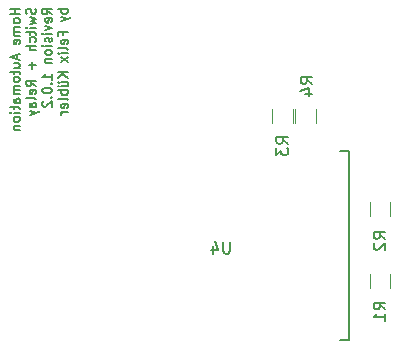
<source format=gbr>
G04 #@! TF.FileFunction,Legend,Bot*
%FSLAX46Y46*%
G04 Gerber Fmt 4.6, Leading zero omitted, Abs format (unit mm)*
G04 Created by KiCad (PCBNEW 4.0.6) date Saturday, 10. February 2018 20:56:55*
%MOMM*%
%LPD*%
G01*
G04 APERTURE LIST*
%ADD10C,0.100000*%
%ADD11C,0.150000*%
%ADD12C,0.152400*%
%ADD13C,0.120000*%
G04 APERTURE END LIST*
D10*
D11*
X132829905Y-104457476D02*
X132029905Y-104457476D01*
X132410857Y-104457476D02*
X132410857Y-104914619D01*
X132829905Y-104914619D02*
X132029905Y-104914619D01*
X132829905Y-105409857D02*
X132791810Y-105333666D01*
X132753714Y-105295571D01*
X132677524Y-105257476D01*
X132448952Y-105257476D01*
X132372762Y-105295571D01*
X132334667Y-105333666D01*
X132296571Y-105409857D01*
X132296571Y-105524143D01*
X132334667Y-105600333D01*
X132372762Y-105638428D01*
X132448952Y-105676524D01*
X132677524Y-105676524D01*
X132753714Y-105638428D01*
X132791810Y-105600333D01*
X132829905Y-105524143D01*
X132829905Y-105409857D01*
X132829905Y-106019381D02*
X132296571Y-106019381D01*
X132372762Y-106019381D02*
X132334667Y-106057476D01*
X132296571Y-106133667D01*
X132296571Y-106247953D01*
X132334667Y-106324143D01*
X132410857Y-106362238D01*
X132829905Y-106362238D01*
X132410857Y-106362238D02*
X132334667Y-106400334D01*
X132296571Y-106476524D01*
X132296571Y-106590810D01*
X132334667Y-106667000D01*
X132410857Y-106705095D01*
X132829905Y-106705095D01*
X132791810Y-107390810D02*
X132829905Y-107314620D01*
X132829905Y-107162239D01*
X132791810Y-107086048D01*
X132715619Y-107047953D01*
X132410857Y-107047953D01*
X132334667Y-107086048D01*
X132296571Y-107162239D01*
X132296571Y-107314620D01*
X132334667Y-107390810D01*
X132410857Y-107428905D01*
X132487048Y-107428905D01*
X132563238Y-107047953D01*
X132601333Y-108343191D02*
X132601333Y-108724143D01*
X132829905Y-108267000D02*
X132029905Y-108533667D01*
X132829905Y-108800334D01*
X132296571Y-109409857D02*
X132829905Y-109409857D01*
X132296571Y-109067000D02*
X132715619Y-109067000D01*
X132791810Y-109105095D01*
X132829905Y-109181286D01*
X132829905Y-109295572D01*
X132791810Y-109371762D01*
X132753714Y-109409857D01*
X132296571Y-109676524D02*
X132296571Y-109981286D01*
X132029905Y-109790810D02*
X132715619Y-109790810D01*
X132791810Y-109828905D01*
X132829905Y-109905096D01*
X132829905Y-109981286D01*
X132829905Y-110362239D02*
X132791810Y-110286048D01*
X132753714Y-110247953D01*
X132677524Y-110209858D01*
X132448952Y-110209858D01*
X132372762Y-110247953D01*
X132334667Y-110286048D01*
X132296571Y-110362239D01*
X132296571Y-110476525D01*
X132334667Y-110552715D01*
X132372762Y-110590810D01*
X132448952Y-110628906D01*
X132677524Y-110628906D01*
X132753714Y-110590810D01*
X132791810Y-110552715D01*
X132829905Y-110476525D01*
X132829905Y-110362239D01*
X132829905Y-110971763D02*
X132296571Y-110971763D01*
X132372762Y-110971763D02*
X132334667Y-111009858D01*
X132296571Y-111086049D01*
X132296571Y-111200335D01*
X132334667Y-111276525D01*
X132410857Y-111314620D01*
X132829905Y-111314620D01*
X132410857Y-111314620D02*
X132334667Y-111352716D01*
X132296571Y-111428906D01*
X132296571Y-111543192D01*
X132334667Y-111619382D01*
X132410857Y-111657477D01*
X132829905Y-111657477D01*
X132829905Y-112381287D02*
X132410857Y-112381287D01*
X132334667Y-112343192D01*
X132296571Y-112267002D01*
X132296571Y-112114621D01*
X132334667Y-112038430D01*
X132791810Y-112381287D02*
X132829905Y-112305097D01*
X132829905Y-112114621D01*
X132791810Y-112038430D01*
X132715619Y-112000335D01*
X132639429Y-112000335D01*
X132563238Y-112038430D01*
X132525143Y-112114621D01*
X132525143Y-112305097D01*
X132487048Y-112381287D01*
X132296571Y-112647954D02*
X132296571Y-112952716D01*
X132029905Y-112762240D02*
X132715619Y-112762240D01*
X132791810Y-112800335D01*
X132829905Y-112876526D01*
X132829905Y-112952716D01*
X132829905Y-113219383D02*
X132296571Y-113219383D01*
X132029905Y-113219383D02*
X132068000Y-113181288D01*
X132106095Y-113219383D01*
X132068000Y-113257478D01*
X132029905Y-113219383D01*
X132106095Y-113219383D01*
X132829905Y-113714621D02*
X132791810Y-113638430D01*
X132753714Y-113600335D01*
X132677524Y-113562240D01*
X132448952Y-113562240D01*
X132372762Y-113600335D01*
X132334667Y-113638430D01*
X132296571Y-113714621D01*
X132296571Y-113828907D01*
X132334667Y-113905097D01*
X132372762Y-113943192D01*
X132448952Y-113981288D01*
X132677524Y-113981288D01*
X132753714Y-113943192D01*
X132791810Y-113905097D01*
X132829905Y-113828907D01*
X132829905Y-113714621D01*
X132296571Y-114324145D02*
X132829905Y-114324145D01*
X132372762Y-114324145D02*
X132334667Y-114362240D01*
X132296571Y-114438431D01*
X132296571Y-114552717D01*
X132334667Y-114628907D01*
X132410857Y-114667002D01*
X132829905Y-114667002D01*
X134141810Y-104419381D02*
X134179905Y-104533667D01*
X134179905Y-104724143D01*
X134141810Y-104800333D01*
X134103714Y-104838429D01*
X134027524Y-104876524D01*
X133951333Y-104876524D01*
X133875143Y-104838429D01*
X133837048Y-104800333D01*
X133798952Y-104724143D01*
X133760857Y-104571762D01*
X133722762Y-104495571D01*
X133684667Y-104457476D01*
X133608476Y-104419381D01*
X133532286Y-104419381D01*
X133456095Y-104457476D01*
X133418000Y-104495571D01*
X133379905Y-104571762D01*
X133379905Y-104762238D01*
X133418000Y-104876524D01*
X133646571Y-105143191D02*
X134179905Y-105295572D01*
X133798952Y-105447953D01*
X134179905Y-105600334D01*
X133646571Y-105752715D01*
X134179905Y-106057476D02*
X133646571Y-106057476D01*
X133379905Y-106057476D02*
X133418000Y-106019381D01*
X133456095Y-106057476D01*
X133418000Y-106095571D01*
X133379905Y-106057476D01*
X133456095Y-106057476D01*
X133646571Y-106324142D02*
X133646571Y-106628904D01*
X133379905Y-106438428D02*
X134065619Y-106438428D01*
X134141810Y-106476523D01*
X134179905Y-106552714D01*
X134179905Y-106628904D01*
X134141810Y-107238428D02*
X134179905Y-107162238D01*
X134179905Y-107009857D01*
X134141810Y-106933666D01*
X134103714Y-106895571D01*
X134027524Y-106857476D01*
X133798952Y-106857476D01*
X133722762Y-106895571D01*
X133684667Y-106933666D01*
X133646571Y-107009857D01*
X133646571Y-107162238D01*
X133684667Y-107238428D01*
X134179905Y-107581285D02*
X133379905Y-107581285D01*
X134179905Y-107924142D02*
X133760857Y-107924142D01*
X133684667Y-107886047D01*
X133646571Y-107809857D01*
X133646571Y-107695571D01*
X133684667Y-107619380D01*
X133722762Y-107581285D01*
X133875143Y-108914619D02*
X133875143Y-109524143D01*
X134179905Y-109219381D02*
X133570381Y-109219381D01*
X134179905Y-110971762D02*
X133798952Y-110705095D01*
X134179905Y-110514619D02*
X133379905Y-110514619D01*
X133379905Y-110819381D01*
X133418000Y-110895572D01*
X133456095Y-110933667D01*
X133532286Y-110971762D01*
X133646571Y-110971762D01*
X133722762Y-110933667D01*
X133760857Y-110895572D01*
X133798952Y-110819381D01*
X133798952Y-110514619D01*
X134141810Y-111619381D02*
X134179905Y-111543191D01*
X134179905Y-111390810D01*
X134141810Y-111314619D01*
X134065619Y-111276524D01*
X133760857Y-111276524D01*
X133684667Y-111314619D01*
X133646571Y-111390810D01*
X133646571Y-111543191D01*
X133684667Y-111619381D01*
X133760857Y-111657476D01*
X133837048Y-111657476D01*
X133913238Y-111276524D01*
X134179905Y-112114619D02*
X134141810Y-112038428D01*
X134065619Y-112000333D01*
X133379905Y-112000333D01*
X134179905Y-112762238D02*
X133760857Y-112762238D01*
X133684667Y-112724143D01*
X133646571Y-112647953D01*
X133646571Y-112495572D01*
X133684667Y-112419381D01*
X134141810Y-112762238D02*
X134179905Y-112686048D01*
X134179905Y-112495572D01*
X134141810Y-112419381D01*
X134065619Y-112381286D01*
X133989429Y-112381286D01*
X133913238Y-112419381D01*
X133875143Y-112495572D01*
X133875143Y-112686048D01*
X133837048Y-112762238D01*
X133646571Y-113067001D02*
X134179905Y-113257477D01*
X133646571Y-113447953D02*
X134179905Y-113257477D01*
X134370381Y-113181286D01*
X134408476Y-113143191D01*
X134446571Y-113067001D01*
X135529905Y-104914619D02*
X135148952Y-104647952D01*
X135529905Y-104457476D02*
X134729905Y-104457476D01*
X134729905Y-104762238D01*
X134768000Y-104838429D01*
X134806095Y-104876524D01*
X134882286Y-104914619D01*
X134996571Y-104914619D01*
X135072762Y-104876524D01*
X135110857Y-104838429D01*
X135148952Y-104762238D01*
X135148952Y-104457476D01*
X135491810Y-105562238D02*
X135529905Y-105486048D01*
X135529905Y-105333667D01*
X135491810Y-105257476D01*
X135415619Y-105219381D01*
X135110857Y-105219381D01*
X135034667Y-105257476D01*
X134996571Y-105333667D01*
X134996571Y-105486048D01*
X135034667Y-105562238D01*
X135110857Y-105600333D01*
X135187048Y-105600333D01*
X135263238Y-105219381D01*
X134996571Y-105867000D02*
X135529905Y-106057476D01*
X134996571Y-106247952D01*
X135529905Y-106552714D02*
X134996571Y-106552714D01*
X134729905Y-106552714D02*
X134768000Y-106514619D01*
X134806095Y-106552714D01*
X134768000Y-106590809D01*
X134729905Y-106552714D01*
X134806095Y-106552714D01*
X135491810Y-106895571D02*
X135529905Y-106971761D01*
X135529905Y-107124142D01*
X135491810Y-107200333D01*
X135415619Y-107238428D01*
X135377524Y-107238428D01*
X135301333Y-107200333D01*
X135263238Y-107124142D01*
X135263238Y-107009857D01*
X135225143Y-106933666D01*
X135148952Y-106895571D01*
X135110857Y-106895571D01*
X135034667Y-106933666D01*
X134996571Y-107009857D01*
X134996571Y-107124142D01*
X135034667Y-107200333D01*
X135529905Y-107581285D02*
X134996571Y-107581285D01*
X134729905Y-107581285D02*
X134768000Y-107543190D01*
X134806095Y-107581285D01*
X134768000Y-107619380D01*
X134729905Y-107581285D01*
X134806095Y-107581285D01*
X135529905Y-108076523D02*
X135491810Y-108000332D01*
X135453714Y-107962237D01*
X135377524Y-107924142D01*
X135148952Y-107924142D01*
X135072762Y-107962237D01*
X135034667Y-108000332D01*
X134996571Y-108076523D01*
X134996571Y-108190809D01*
X135034667Y-108266999D01*
X135072762Y-108305094D01*
X135148952Y-108343190D01*
X135377524Y-108343190D01*
X135453714Y-108305094D01*
X135491810Y-108266999D01*
X135529905Y-108190809D01*
X135529905Y-108076523D01*
X134996571Y-108686047D02*
X135529905Y-108686047D01*
X135072762Y-108686047D02*
X135034667Y-108724142D01*
X134996571Y-108800333D01*
X134996571Y-108914619D01*
X135034667Y-108990809D01*
X135110857Y-109028904D01*
X135529905Y-109028904D01*
X135529905Y-110438429D02*
X135529905Y-109981286D01*
X135529905Y-110209857D02*
X134729905Y-110209857D01*
X134844190Y-110133667D01*
X134920381Y-110057476D01*
X134958476Y-109981286D01*
X135453714Y-110781286D02*
X135491810Y-110819381D01*
X135529905Y-110781286D01*
X135491810Y-110743191D01*
X135453714Y-110781286D01*
X135529905Y-110781286D01*
X134729905Y-111314619D02*
X134729905Y-111390810D01*
X134768000Y-111467000D01*
X134806095Y-111505095D01*
X134882286Y-111543191D01*
X135034667Y-111581286D01*
X135225143Y-111581286D01*
X135377524Y-111543191D01*
X135453714Y-111505095D01*
X135491810Y-111467000D01*
X135529905Y-111390810D01*
X135529905Y-111314619D01*
X135491810Y-111238429D01*
X135453714Y-111200333D01*
X135377524Y-111162238D01*
X135225143Y-111124143D01*
X135034667Y-111124143D01*
X134882286Y-111162238D01*
X134806095Y-111200333D01*
X134768000Y-111238429D01*
X134729905Y-111314619D01*
X135453714Y-111924143D02*
X135491810Y-111962238D01*
X135529905Y-111924143D01*
X135491810Y-111886048D01*
X135453714Y-111924143D01*
X135529905Y-111924143D01*
X134806095Y-112267000D02*
X134768000Y-112305095D01*
X134729905Y-112381286D01*
X134729905Y-112571762D01*
X134768000Y-112647952D01*
X134806095Y-112686048D01*
X134882286Y-112724143D01*
X134958476Y-112724143D01*
X135072762Y-112686048D01*
X135529905Y-112228905D01*
X135529905Y-112724143D01*
X136879905Y-104457476D02*
X136079905Y-104457476D01*
X136384667Y-104457476D02*
X136346571Y-104533667D01*
X136346571Y-104686048D01*
X136384667Y-104762238D01*
X136422762Y-104800333D01*
X136498952Y-104838429D01*
X136727524Y-104838429D01*
X136803714Y-104800333D01*
X136841810Y-104762238D01*
X136879905Y-104686048D01*
X136879905Y-104533667D01*
X136841810Y-104457476D01*
X136346571Y-105105096D02*
X136879905Y-105295572D01*
X136346571Y-105486048D02*
X136879905Y-105295572D01*
X137070381Y-105219381D01*
X137108476Y-105181286D01*
X137146571Y-105105096D01*
X136460857Y-106667001D02*
X136460857Y-106400334D01*
X136879905Y-106400334D02*
X136079905Y-106400334D01*
X136079905Y-106781287D01*
X136841810Y-107390810D02*
X136879905Y-107314620D01*
X136879905Y-107162239D01*
X136841810Y-107086048D01*
X136765619Y-107047953D01*
X136460857Y-107047953D01*
X136384667Y-107086048D01*
X136346571Y-107162239D01*
X136346571Y-107314620D01*
X136384667Y-107390810D01*
X136460857Y-107428905D01*
X136537048Y-107428905D01*
X136613238Y-107047953D01*
X136879905Y-107886048D02*
X136841810Y-107809857D01*
X136765619Y-107771762D01*
X136079905Y-107771762D01*
X136879905Y-108190810D02*
X136346571Y-108190810D01*
X136079905Y-108190810D02*
X136118000Y-108152715D01*
X136156095Y-108190810D01*
X136118000Y-108228905D01*
X136079905Y-108190810D01*
X136156095Y-108190810D01*
X136879905Y-108495572D02*
X136346571Y-108914619D01*
X136346571Y-108495572D02*
X136879905Y-108914619D01*
X136879905Y-109828905D02*
X136079905Y-109828905D01*
X136879905Y-110286048D02*
X136422762Y-109943191D01*
X136079905Y-110286048D02*
X136537048Y-109828905D01*
X136346571Y-110971762D02*
X136879905Y-110971762D01*
X136346571Y-110628905D02*
X136765619Y-110628905D01*
X136841810Y-110667000D01*
X136879905Y-110743191D01*
X136879905Y-110857477D01*
X136841810Y-110933667D01*
X136803714Y-110971762D01*
X136079905Y-110667000D02*
X136118000Y-110705096D01*
X136156095Y-110667000D01*
X136118000Y-110628905D01*
X136079905Y-110667000D01*
X136156095Y-110667000D01*
X136079905Y-110971762D02*
X136118000Y-111009858D01*
X136156095Y-110971762D01*
X136118000Y-110933667D01*
X136079905Y-110971762D01*
X136156095Y-110971762D01*
X136879905Y-111352715D02*
X136079905Y-111352715D01*
X136384667Y-111352715D02*
X136346571Y-111428906D01*
X136346571Y-111581287D01*
X136384667Y-111657477D01*
X136422762Y-111695572D01*
X136498952Y-111733668D01*
X136727524Y-111733668D01*
X136803714Y-111695572D01*
X136841810Y-111657477D01*
X136879905Y-111581287D01*
X136879905Y-111428906D01*
X136841810Y-111352715D01*
X136879905Y-112190811D02*
X136841810Y-112114620D01*
X136765619Y-112076525D01*
X136079905Y-112076525D01*
X136841810Y-112800335D02*
X136879905Y-112724145D01*
X136879905Y-112571764D01*
X136841810Y-112495573D01*
X136765619Y-112457478D01*
X136460857Y-112457478D01*
X136384667Y-112495573D01*
X136346571Y-112571764D01*
X136346571Y-112724145D01*
X136384667Y-112800335D01*
X136460857Y-112838430D01*
X136537048Y-112838430D01*
X136613238Y-112457478D01*
X136879905Y-113181287D02*
X136346571Y-113181287D01*
X136498952Y-113181287D02*
X136422762Y-113219382D01*
X136384667Y-113257478D01*
X136346571Y-113333668D01*
X136346571Y-113409859D01*
D12*
X159893000Y-116459000D02*
X160655000Y-116459000D01*
X160655000Y-116459000D02*
X160655000Y-132461000D01*
X160655000Y-132461000D02*
X159893000Y-132461000D01*
D13*
X162442000Y-126908000D02*
X162442000Y-128108000D01*
X164202000Y-128108000D02*
X164202000Y-126908000D01*
X164202000Y-122012000D02*
X164202000Y-120812000D01*
X162442000Y-120812000D02*
X162442000Y-122012000D01*
X155972400Y-114087200D02*
X155972400Y-112887200D01*
X154212400Y-112887200D02*
X154212400Y-114087200D01*
X157902800Y-114087200D02*
X157902800Y-112887200D01*
X156142800Y-112887200D02*
X156142800Y-114087200D01*
D11*
X150621905Y-124166381D02*
X150621905Y-124975905D01*
X150574286Y-125071143D01*
X150526667Y-125118762D01*
X150431429Y-125166381D01*
X150240952Y-125166381D01*
X150145714Y-125118762D01*
X150098095Y-125071143D01*
X150050476Y-124975905D01*
X150050476Y-124166381D01*
X149145714Y-124499714D02*
X149145714Y-125166381D01*
X149383810Y-124118762D02*
X149621905Y-124833048D01*
X149002857Y-124833048D01*
X163774381Y-129881334D02*
X163298190Y-129548000D01*
X163774381Y-129309905D02*
X162774381Y-129309905D01*
X162774381Y-129690858D01*
X162822000Y-129786096D01*
X162869619Y-129833715D01*
X162964857Y-129881334D01*
X163107714Y-129881334D01*
X163202952Y-129833715D01*
X163250571Y-129786096D01*
X163298190Y-129690858D01*
X163298190Y-129309905D01*
X163774381Y-130833715D02*
X163774381Y-130262286D01*
X163774381Y-130548000D02*
X162774381Y-130548000D01*
X162917238Y-130452762D01*
X163012476Y-130357524D01*
X163060095Y-130262286D01*
X163774381Y-123912334D02*
X163298190Y-123579000D01*
X163774381Y-123340905D02*
X162774381Y-123340905D01*
X162774381Y-123721858D01*
X162822000Y-123817096D01*
X162869619Y-123864715D01*
X162964857Y-123912334D01*
X163107714Y-123912334D01*
X163202952Y-123864715D01*
X163250571Y-123817096D01*
X163298190Y-123721858D01*
X163298190Y-123340905D01*
X162869619Y-124293286D02*
X162822000Y-124340905D01*
X162774381Y-124436143D01*
X162774381Y-124674239D01*
X162822000Y-124769477D01*
X162869619Y-124817096D01*
X162964857Y-124864715D01*
X163060095Y-124864715D01*
X163202952Y-124817096D01*
X163774381Y-124245667D01*
X163774381Y-124864715D01*
X155544781Y-115860534D02*
X155068590Y-115527200D01*
X155544781Y-115289105D02*
X154544781Y-115289105D01*
X154544781Y-115670058D01*
X154592400Y-115765296D01*
X154640019Y-115812915D01*
X154735257Y-115860534D01*
X154878114Y-115860534D01*
X154973352Y-115812915D01*
X155020971Y-115765296D01*
X155068590Y-115670058D01*
X155068590Y-115289105D01*
X154544781Y-116193867D02*
X154544781Y-116812915D01*
X154925733Y-116479581D01*
X154925733Y-116622439D01*
X154973352Y-116717677D01*
X155020971Y-116765296D01*
X155116210Y-116812915D01*
X155354305Y-116812915D01*
X155449543Y-116765296D01*
X155497162Y-116717677D01*
X155544781Y-116622439D01*
X155544781Y-116336724D01*
X155497162Y-116241486D01*
X155449543Y-116193867D01*
X157602181Y-110780534D02*
X157125990Y-110447200D01*
X157602181Y-110209105D02*
X156602181Y-110209105D01*
X156602181Y-110590058D01*
X156649800Y-110685296D01*
X156697419Y-110732915D01*
X156792657Y-110780534D01*
X156935514Y-110780534D01*
X157030752Y-110732915D01*
X157078371Y-110685296D01*
X157125990Y-110590058D01*
X157125990Y-110209105D01*
X156935514Y-111637677D02*
X157602181Y-111637677D01*
X156554562Y-111399581D02*
X157268848Y-111161486D01*
X157268848Y-111780534D01*
M02*

</source>
